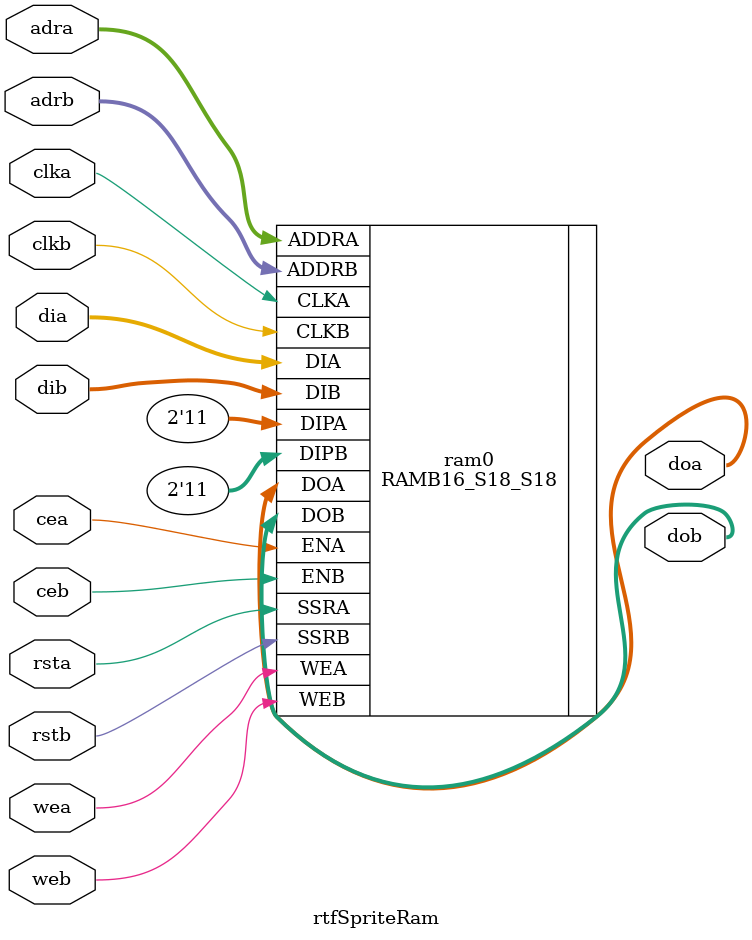
<source format=v>

`define VENDOR_XILINX
`define SPARTAN3

module rtfSpriteRam(
clka, adra, dia, doa, cea, wea, rsta,
clkb, adrb, dib, dob, ceb, web, rstb);
parameter pAw = 10;
parameter pDw = 16;
input clka;
input [pAw:1] adra;
input [pDw:1] dia;
output [pDw:1] doa;
input cea;				// clock enable a
input wea;
input rsta;
input clkb;
input [pAw:1] adrb;
input [pDw:1] dib;
output [pDw:1] dob;
input ceb;				// clock enable b
input web;
input rstb;

`ifdef VENDOR_XILINX

`ifdef SPARTAN3
	// could use an S16_S32
	RAMB16_S18_S18 ram0(
		.CLKA(clka), .ADDRA(adra), .DIA(dia), .DIPA(2'b11), .DOA(doa), .ENA(cea), .WEA(wea), .SSRA(rsta),
		.CLKB(clkb), .ADDRB(adrb), .DIB(dib), .DIPB(2'b11), .DOB(dob), .ENB(ceb), .WEB(web), .SSRB(rstb)  );
`else
	// could use an S8_S16
	RAMB4_S8_S8 ram0(
		.CLKA(clka), .ADDRA(adra), .DIA(dia), .DOA(doa), .ENA(cea), .WEA(wea), .RSTA(rsta),
		.CLKB(clkb), .ADDRB(adrb), .DIB(dib), .DOB(dob), .ENB(ceb), .WEB(web), .RSTB(rstb)  );
`endif
`endif

`ifdef VENDOR_ALTERA
`endif

`ifdef VENDOR_ANY

reg [15:0] mem [(1<<pAw):1];
reg [pAw:1] radra;
reg [pAw:1] radrb;

// register read addresses
always @(posedge clka)
	if (cea)
		radra <= adra;

always @(posedge clkb)
	if (ceb)
		if (web)
			mem[adrb] <= dib;

assign doa = mem[radra];

`endif

endmodule

</source>
